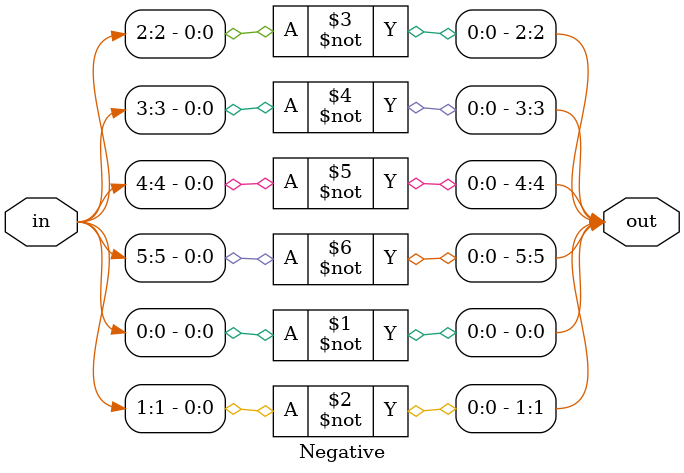
<source format=v>
`timescale 1ns / 1ps 

module Negative(in, out); // module to calculate negative number 

	input wire [5:0] in; // in 6 bit input 
	output wire [5:0] out; // out 6 bit input 

	assign out[0] = ~in[0]; // negate 0 bit
	assign out[1] = ~in[1]; // negate 1 bit 
	assign out[2] = ~in[2]; // negate 2 bit
	assign out[3] = ~in[3]; // negate 3 bit
	assign out[4] = ~in[4]; // negate 4 bit
	assign out[5] = ~in[5]; // negate 5 bit 
	
	
	
endmodule

</source>
